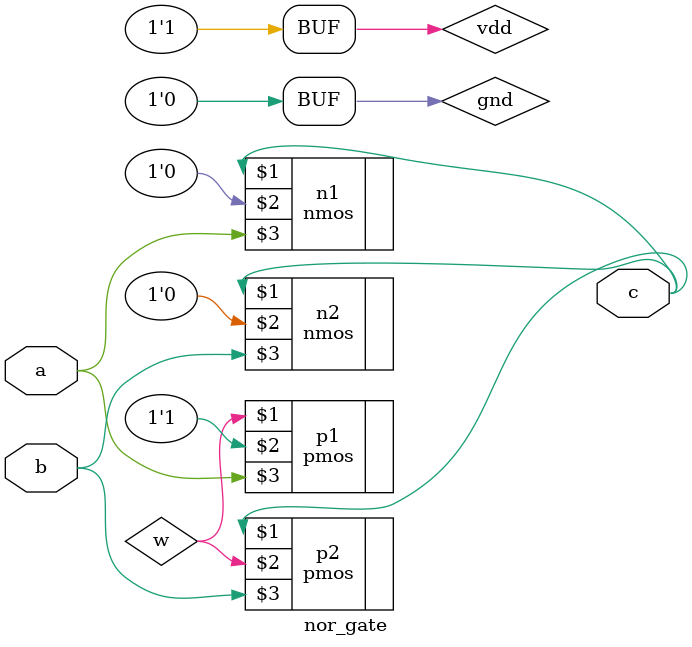
<source format=v>

module nor_gate(input a,b ,output c);
wire w;
supply1 vdd;
supply0 gnd; 
pmos p1(w,vdd,a);
pmos p2(c,w,b);
nmos n1(c,gnd,a);
nmos n2(c,gnd,b);
endmodule

</source>
